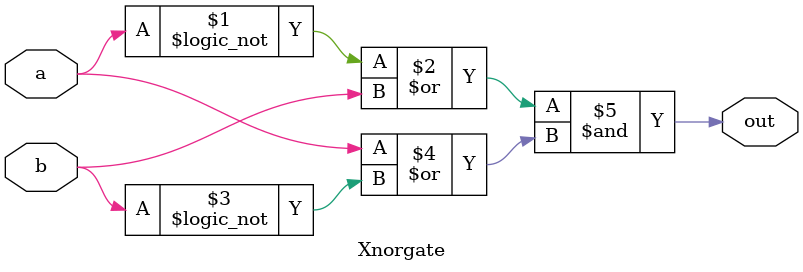
<source format=v>
module Xnorgate(

    input a, b, 
    output out

);
    // Xnor = 입력 같을때만 1출력
    
    assign out = (!a | b) & (a | !b);

endmodule
</source>
